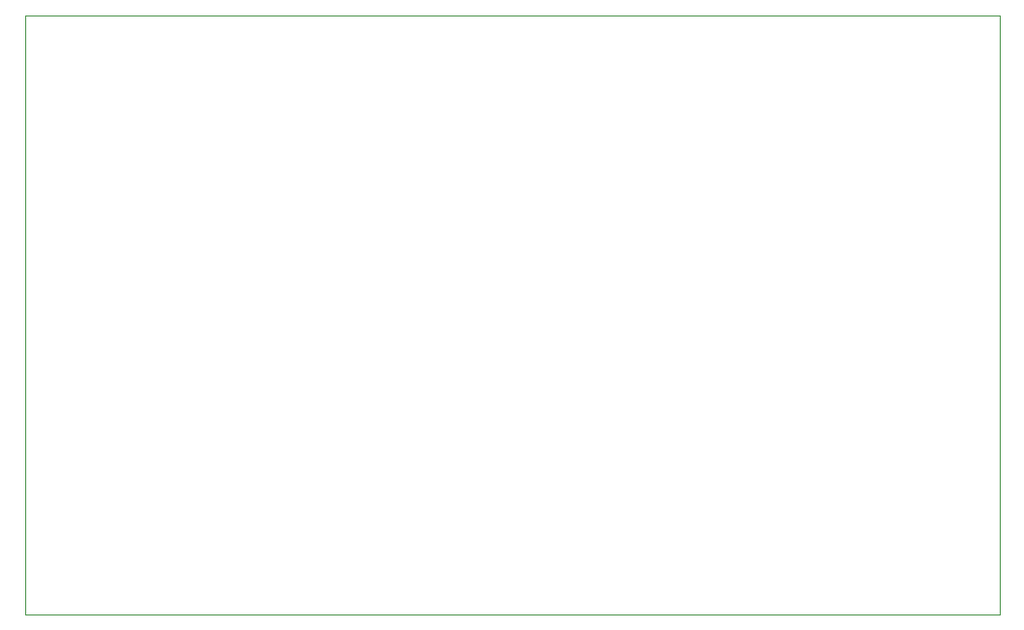
<source format=gbr>
G04 #@! TF.FileFunction,Profile,NP*
%FSLAX46Y46*%
G04 Gerber Fmt 4.6, Leading zero omitted, Abs format (unit mm)*
G04 Created by KiCad (PCBNEW (after 2015-mar-04 BZR unknown)-product) date 16.04.2015 12:36:33*
%MOMM*%
G01*
G04 APERTURE LIST*
%ADD10C,0.100000*%
G04 APERTURE END LIST*
D10*
X88900000Y-125857000D02*
X88900000Y-73533000D01*
X173990000Y-125857000D02*
X88900000Y-125857000D01*
X173990000Y-73533000D02*
X173990000Y-125857000D01*
X88900000Y-73533000D02*
X173990000Y-73533000D01*
M02*

</source>
